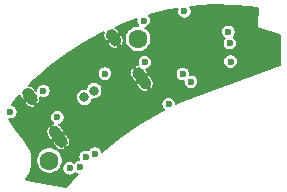
<source format=gbr>
%TF.GenerationSoftware,KiCad,Pcbnew,(5.1.6)-1*%
%TF.CreationDate,2020-12-05T12:07:26+01:00*%
%TF.ProjectId,bose-usb-c,626f7365-2d75-4736-922d-632e6b696361,Rev 1*%
%TF.SameCoordinates,Original*%
%TF.FileFunction,Copper,L3,Inr*%
%TF.FilePolarity,Positive*%
%FSLAX46Y46*%
G04 Gerber Fmt 4.6, Leading zero omitted, Abs format (unit mm)*
G04 Created by KiCad (PCBNEW (5.1.6)-1) date 2020-12-05 12:07:26*
%MOMM*%
%LPD*%
G01*
G04 APERTURE LIST*
%TA.AperFunction,ViaPad*%
%ADD10C,1.600000*%
%TD*%
%TA.AperFunction,ViaPad*%
%ADD11C,0.600000*%
%TD*%
%TA.AperFunction,ViaPad*%
%ADD12C,0.800000*%
%TD*%
%TA.AperFunction,Conductor*%
%ADD13C,0.127000*%
%TD*%
G04 APERTURE END LIST*
D10*
%TO.N,*%
%TO.C,H1*%
X68057773Y-72314486D03*
%TD*%
%TO.N,*%
%TO.C,H2*%
X75577773Y-62004487D03*
%TD*%
%TO.N,GND*%
%TO.C,J2*%
%TA.AperFunction,ViaPad*%
G36*
G01*
X75797693Y-66087901D02*
X75166759Y-65186833D01*
G75*
G02*
X75289547Y-64490469I409576J286788D01*
G01*
X75289547Y-64490469D01*
G75*
G02*
X75985911Y-64613257I286788J-409576D01*
G01*
X76616845Y-65514325D01*
G75*
G02*
X76494057Y-66210689I-409576J-286788D01*
G01*
X76494057Y-66210689D01*
G75*
G02*
X75797693Y-66087901I-286788J409576D01*
G01*
G37*
%TD.AperFunction*%
%TA.AperFunction,ViaPad*%
G36*
G01*
X68720219Y-71043601D02*
X68089285Y-70142533D01*
G75*
G02*
X68212073Y-69446169I409576J286788D01*
G01*
X68212073Y-69446169D01*
G75*
G02*
X68908437Y-69568957I286788J-409576D01*
G01*
X69539371Y-70470025D01*
G75*
G02*
X69416583Y-71166389I-409576J-286788D01*
G01*
X69416583Y-71166389D01*
G75*
G02*
X68720219Y-71043601I-286788J409576D01*
G01*
G37*
%TD.AperFunction*%
%TA.AperFunction,ViaPad*%
G36*
G01*
X66179276Y-67414758D02*
X65835130Y-66923266D01*
G75*
G02*
X65957918Y-66226902I409576J286788D01*
G01*
X65957918Y-66226902D01*
G75*
G02*
X66654282Y-66349690I286788J-409576D01*
G01*
X66998428Y-66841182D01*
G75*
G02*
X66875640Y-67537546I-409576J-286788D01*
G01*
X66875640Y-67537546D01*
G75*
G02*
X66179276Y-67414758I-286788J409576D01*
G01*
G37*
%TD.AperFunction*%
%TA.AperFunction,ViaPad*%
G36*
G01*
X73256750Y-62459057D02*
X72912604Y-61967565D01*
G75*
G02*
X73035392Y-61271201I409576J286788D01*
G01*
X73035392Y-61271201D01*
G75*
G02*
X73731756Y-61393989I286788J-409576D01*
G01*
X74075902Y-61885481D01*
G75*
G02*
X73953114Y-62581845I-409576J-286788D01*
G01*
X73953114Y-62581845D01*
G75*
G02*
X73256750Y-62459057I-286788J409576D01*
G01*
G37*
%TD.AperFunction*%
%TD*%
D11*
%TO.N,GND*%
X70110000Y-64490000D03*
X69610000Y-63780000D03*
X86927774Y-62094483D03*
X85317773Y-59764483D03*
X82287775Y-59364483D03*
X74007678Y-69768775D03*
X83100527Y-65508445D03*
X77990000Y-62250000D03*
X77850000Y-65110000D03*
X68870000Y-73890000D03*
X66780000Y-73550000D03*
X83010000Y-63160000D03*
%TO.N,VCC*%
X76141896Y-63980053D03*
%TO.N,/LED_GREEN*%
X69784104Y-72974405D03*
X79497771Y-59684486D03*
%TO.N,/LED_RED*%
X70619707Y-72877617D03*
X80042094Y-65642292D03*
%TO.N,/LED_WHITE*%
X71123497Y-72008657D03*
X83207773Y-61414484D03*
%TO.N,/LED_BLUE*%
X71927861Y-71729691D03*
X78159994Y-67536814D03*
D12*
%TO.N,/USB_D-*%
X71013813Y-66957589D03*
%TO.N,/USB_D+*%
X71841157Y-66378277D03*
D11*
%TO.N,Net-(Q1-Pad3)*%
X83397770Y-63924486D03*
X79367236Y-64989191D03*
%TO.N,/LED_PWR*%
X83340000Y-62370000D03*
%TO.N,/LED_PWR_ON*%
X76051594Y-60466579D03*
X72762700Y-64942303D03*
%TO.N,/VBUS*%
X68739042Y-68660270D03*
%TO.N,+5V*%
X64761611Y-68210244D03*
X67547567Y-66418199D03*
%TD*%
D13*
%TO.N,GND*%
G36*
X83835177Y-59186301D02*
G01*
X85714245Y-59357676D01*
X85667411Y-60838894D01*
X85666772Y-60841914D01*
X85666425Y-60870083D01*
X85666028Y-60882647D01*
X85666233Y-60885719D01*
X85666002Y-60904466D01*
X85668309Y-60916857D01*
X85669147Y-60929431D01*
X85674020Y-60947538D01*
X85677451Y-60965967D01*
X85682128Y-60977664D01*
X85685405Y-60989839D01*
X85693720Y-61006653D01*
X85700678Y-61024053D01*
X85707548Y-61034614D01*
X85713137Y-61045915D01*
X85724569Y-61060778D01*
X85734790Y-61076491D01*
X85743591Y-61085512D01*
X85751275Y-61095502D01*
X85765382Y-61107846D01*
X85778477Y-61121267D01*
X85788872Y-61128399D01*
X85798354Y-61136696D01*
X85814601Y-61146052D01*
X85830060Y-61156659D01*
X85841639Y-61161623D01*
X85852565Y-61167915D01*
X85870332Y-61173924D01*
X85873155Y-61175134D01*
X85885114Y-61178923D01*
X85911826Y-61187957D01*
X85914889Y-61188357D01*
X87577975Y-61715281D01*
X87578179Y-64220121D01*
X80876276Y-66673439D01*
X80871883Y-66675556D01*
X79323057Y-67297094D01*
X79322520Y-67297333D01*
X79321980Y-67297529D01*
X79303237Y-67305844D01*
X78777494Y-67559715D01*
X78777494Y-67475996D01*
X78753764Y-67356696D01*
X78707216Y-67244318D01*
X78639638Y-67143181D01*
X78553627Y-67057170D01*
X78452490Y-66989592D01*
X78340112Y-66943044D01*
X78220812Y-66919314D01*
X78099176Y-66919314D01*
X77979876Y-66943044D01*
X77867498Y-66989592D01*
X77766361Y-67057170D01*
X77680350Y-67143181D01*
X77612772Y-67244318D01*
X77566224Y-67356696D01*
X77542494Y-67475996D01*
X77542494Y-67597632D01*
X77566224Y-67716932D01*
X77612772Y-67829310D01*
X77680350Y-67930447D01*
X77766361Y-68016458D01*
X77793737Y-68034750D01*
X77455302Y-68198174D01*
X77453834Y-68198952D01*
X77452314Y-68199636D01*
X77434248Y-68209334D01*
X75658421Y-69237707D01*
X75657008Y-69238597D01*
X75655552Y-69239389D01*
X75638263Y-69250414D01*
X73944540Y-70409043D01*
X73943203Y-70410033D01*
X73941805Y-70410935D01*
X73925482Y-70423157D01*
X73925391Y-70423225D01*
X73925378Y-70423236D01*
X72520782Y-71547522D01*
X72475083Y-71437195D01*
X72407505Y-71336058D01*
X72321494Y-71250047D01*
X72220357Y-71182469D01*
X72107979Y-71135921D01*
X71988679Y-71112191D01*
X71867043Y-71112191D01*
X71747743Y-71135921D01*
X71635365Y-71182469D01*
X71534228Y-71250047D01*
X71448217Y-71336058D01*
X71380639Y-71437195D01*
X71377246Y-71445386D01*
X71303615Y-71414887D01*
X71184315Y-71391157D01*
X71062679Y-71391157D01*
X70943379Y-71414887D01*
X70831001Y-71461435D01*
X70729864Y-71529013D01*
X70643853Y-71615024D01*
X70576275Y-71716161D01*
X70529727Y-71828539D01*
X70505997Y-71947839D01*
X70505997Y-72069475D01*
X70529727Y-72188775D01*
X70559278Y-72260117D01*
X70558889Y-72260117D01*
X70439589Y-72283847D01*
X70327211Y-72330395D01*
X70226074Y-72397973D01*
X70148693Y-72475354D01*
X70076600Y-72427183D01*
X69964222Y-72380635D01*
X69844922Y-72356905D01*
X69723286Y-72356905D01*
X69603986Y-72380635D01*
X69491608Y-72427183D01*
X69390471Y-72494761D01*
X69304460Y-72580772D01*
X69236882Y-72681909D01*
X69190334Y-72794287D01*
X69166604Y-72913587D01*
X69166604Y-73035223D01*
X69190334Y-73154523D01*
X69236882Y-73266901D01*
X69304460Y-73368038D01*
X69390471Y-73454049D01*
X69491608Y-73521627D01*
X69603986Y-73568175D01*
X69723286Y-73591905D01*
X69844922Y-73591905D01*
X69964222Y-73568175D01*
X70076600Y-73521627D01*
X70177737Y-73454049D01*
X70255118Y-73376668D01*
X70327211Y-73424839D01*
X70439589Y-73471387D01*
X70472154Y-73477865D01*
X69511476Y-74518030D01*
X66206625Y-73957599D01*
X66172997Y-73948448D01*
X66155785Y-73939895D01*
X66140555Y-73928156D01*
X66127896Y-73913684D01*
X66118290Y-73897030D01*
X66112101Y-73878823D01*
X66109566Y-73859766D01*
X66110782Y-73840576D01*
X66115701Y-73821989D01*
X66127193Y-73798451D01*
X66139197Y-73781134D01*
X66139225Y-73781083D01*
X66139869Y-73780161D01*
X66275080Y-73583544D01*
X66285957Y-73563852D01*
X66297870Y-73544786D01*
X66299814Y-73540801D01*
X66473600Y-73178036D01*
X66483460Y-73150942D01*
X66493663Y-73124079D01*
X66494796Y-73119792D01*
X66594810Y-72730182D01*
X66599218Y-72701699D01*
X66604010Y-72673357D01*
X66604289Y-72668932D01*
X66626724Y-72267316D01*
X66625516Y-72238511D01*
X66624712Y-72209784D01*
X66624126Y-72205399D01*
X66624126Y-72205390D01*
X66624124Y-72205382D01*
X66623990Y-72204422D01*
X66940273Y-72204422D01*
X66940273Y-72424550D01*
X66983218Y-72640449D01*
X67067457Y-72843821D01*
X67189754Y-73026851D01*
X67345408Y-73182505D01*
X67528438Y-73304802D01*
X67731810Y-73389041D01*
X67947709Y-73431986D01*
X68167837Y-73431986D01*
X68383736Y-73389041D01*
X68587108Y-73304802D01*
X68770138Y-73182505D01*
X68925792Y-73026851D01*
X69048089Y-72843821D01*
X69132328Y-72640449D01*
X69175273Y-72424550D01*
X69175273Y-72204422D01*
X69132328Y-71988523D01*
X69048089Y-71785151D01*
X68925792Y-71602121D01*
X68770138Y-71446467D01*
X68587108Y-71324170D01*
X68383736Y-71239931D01*
X68167837Y-71196986D01*
X67947709Y-71196986D01*
X67731810Y-71239931D01*
X67528438Y-71324170D01*
X67345408Y-71446467D01*
X67189754Y-71602121D01*
X67067457Y-71785151D01*
X66983218Y-71988523D01*
X66940273Y-72204422D01*
X66623990Y-72204422D01*
X66568124Y-71807064D01*
X66561355Y-71779090D01*
X66554976Y-71751020D01*
X66553547Y-71746822D01*
X66421244Y-71366960D01*
X66409168Y-71340829D01*
X66397461Y-71314537D01*
X66395244Y-71310697D01*
X66192229Y-70964704D01*
X66183856Y-70950420D01*
X66041389Y-70754350D01*
X68285126Y-70754350D01*
X68600593Y-71204883D01*
X68698176Y-71299516D01*
X68812346Y-71373293D01*
X68938714Y-71423379D01*
X69072427Y-71447849D01*
X69208343Y-71445764D01*
X69341241Y-71417202D01*
X69374134Y-71402636D01*
X69444714Y-71317272D01*
X68798734Y-70394717D01*
X68285126Y-70754350D01*
X66041389Y-70754350D01*
X65353263Y-69807323D01*
X67807140Y-69807323D01*
X67810985Y-69943201D01*
X67841264Y-70075719D01*
X67896814Y-70199784D01*
X68212281Y-70650317D01*
X68681348Y-70321873D01*
X68902766Y-70321873D01*
X69548746Y-71244427D01*
X69653102Y-71207301D01*
X69678039Y-71181374D01*
X69750332Y-71066259D01*
X69798778Y-70939252D01*
X69821516Y-70805235D01*
X69817671Y-70669357D01*
X69787392Y-70536839D01*
X69731842Y-70412774D01*
X69416375Y-69962241D01*
X68902766Y-70321873D01*
X68681348Y-70321873D01*
X68725890Y-70290685D01*
X68079910Y-69368131D01*
X67975554Y-69405257D01*
X67950617Y-69431184D01*
X67878324Y-69546299D01*
X67829878Y-69673306D01*
X67807140Y-69807323D01*
X65353263Y-69807323D01*
X64631463Y-68813954D01*
X64700793Y-68827744D01*
X64822429Y-68827744D01*
X64941729Y-68804014D01*
X65054107Y-68757466D01*
X65155244Y-68689888D01*
X65241255Y-68603877D01*
X65244211Y-68599452D01*
X68121542Y-68599452D01*
X68121542Y-68721088D01*
X68145272Y-68840388D01*
X68191820Y-68952766D01*
X68259398Y-69053903D01*
X68345409Y-69139914D01*
X68394076Y-69172433D01*
X68287415Y-69195356D01*
X68254522Y-69209922D01*
X68183942Y-69295286D01*
X68829922Y-70217841D01*
X69343530Y-69858208D01*
X69028063Y-69407675D01*
X68930480Y-69313042D01*
X68858000Y-69266205D01*
X68919160Y-69254040D01*
X69031538Y-69207492D01*
X69132675Y-69139914D01*
X69218686Y-69053903D01*
X69286264Y-68952766D01*
X69332812Y-68840388D01*
X69356542Y-68721088D01*
X69356542Y-68599452D01*
X69332812Y-68480152D01*
X69286264Y-68367774D01*
X69218686Y-68266637D01*
X69132675Y-68180626D01*
X69031538Y-68113048D01*
X68919160Y-68066500D01*
X68799860Y-68042770D01*
X68678224Y-68042770D01*
X68558924Y-68066500D01*
X68446546Y-68113048D01*
X68345409Y-68180626D01*
X68259398Y-68266637D01*
X68191820Y-68367774D01*
X68145272Y-68480152D01*
X68121542Y-68599452D01*
X65244211Y-68599452D01*
X65308833Y-68502740D01*
X65355381Y-68390362D01*
X65379111Y-68271062D01*
X65379111Y-68149426D01*
X65355381Y-68030126D01*
X65308833Y-67917748D01*
X65241255Y-67816611D01*
X65155244Y-67730600D01*
X65054107Y-67663022D01*
X64941729Y-67616474D01*
X64871225Y-67602450D01*
X65090129Y-67330295D01*
X65887577Y-67330295D01*
X66059650Y-67576040D01*
X66157232Y-67670673D01*
X66271403Y-67744450D01*
X66397771Y-67794536D01*
X66531483Y-67819006D01*
X66667400Y-67816921D01*
X66800298Y-67788359D01*
X66833191Y-67773793D01*
X66903770Y-67688429D01*
X66401185Y-66970662D01*
X65887577Y-67330295D01*
X65090129Y-67330295D01*
X65323915Y-67039640D01*
X65569788Y-66780645D01*
X65587109Y-66856452D01*
X65642659Y-66980517D01*
X65814732Y-67226262D01*
X66328341Y-66866630D01*
X66316869Y-66850247D01*
X66420902Y-66777403D01*
X66432373Y-66793786D01*
X66448756Y-66782314D01*
X66521600Y-66886347D01*
X66505217Y-66897818D01*
X67007803Y-67615584D01*
X67112159Y-67578458D01*
X67137096Y-67552531D01*
X67209389Y-67437416D01*
X67257835Y-67310409D01*
X67280573Y-67176392D01*
X67276728Y-67040514D01*
X67260040Y-66967479D01*
X67367449Y-67011969D01*
X67486749Y-67035699D01*
X67608385Y-67035699D01*
X67727685Y-67011969D01*
X67840063Y-66965421D01*
X67941200Y-66897843D01*
X67952122Y-66886921D01*
X70296313Y-66886921D01*
X70296313Y-67028257D01*
X70323886Y-67166876D01*
X70377972Y-67297453D01*
X70456494Y-67414969D01*
X70556433Y-67514908D01*
X70673949Y-67593430D01*
X70804526Y-67647516D01*
X70943145Y-67675089D01*
X71084481Y-67675089D01*
X71223100Y-67647516D01*
X71353677Y-67593430D01*
X71471193Y-67514908D01*
X71571132Y-67414969D01*
X71649654Y-67297453D01*
X71703740Y-67166876D01*
X71719885Y-67085711D01*
X71770489Y-67095777D01*
X71911825Y-67095777D01*
X72050444Y-67068204D01*
X72181021Y-67014118D01*
X72298537Y-66935596D01*
X72398476Y-66835657D01*
X72476998Y-66718141D01*
X72531084Y-66587564D01*
X72558657Y-66448945D01*
X72558657Y-66307609D01*
X72531084Y-66168990D01*
X72476998Y-66038413D01*
X72398476Y-65920897D01*
X72298537Y-65820958D01*
X72265151Y-65798650D01*
X75362600Y-65798650D01*
X75678067Y-66249183D01*
X75775650Y-66343816D01*
X75889820Y-66417593D01*
X76016188Y-66467679D01*
X76149901Y-66492149D01*
X76285817Y-66490064D01*
X76418715Y-66461502D01*
X76451608Y-66446936D01*
X76522188Y-66361572D01*
X75876208Y-65439017D01*
X75362600Y-65798650D01*
X72265151Y-65798650D01*
X72181021Y-65742436D01*
X72050444Y-65688350D01*
X71911825Y-65660777D01*
X71770489Y-65660777D01*
X71631870Y-65688350D01*
X71501293Y-65742436D01*
X71383777Y-65820958D01*
X71283838Y-65920897D01*
X71205316Y-66038413D01*
X71151230Y-66168990D01*
X71135085Y-66250155D01*
X71084481Y-66240089D01*
X70943145Y-66240089D01*
X70804526Y-66267662D01*
X70673949Y-66321748D01*
X70556433Y-66400270D01*
X70456494Y-66500209D01*
X70377972Y-66617725D01*
X70323886Y-66748302D01*
X70296313Y-66886921D01*
X67952122Y-66886921D01*
X68027211Y-66811832D01*
X68094789Y-66710695D01*
X68141337Y-66598317D01*
X68165067Y-66479017D01*
X68165067Y-66357381D01*
X68141337Y-66238081D01*
X68094789Y-66125703D01*
X68027211Y-66024566D01*
X67941200Y-65938555D01*
X67840063Y-65870977D01*
X67727685Y-65824429D01*
X67608385Y-65800699D01*
X67486749Y-65800699D01*
X67367449Y-65824429D01*
X67255071Y-65870977D01*
X67153934Y-65938555D01*
X67067923Y-66024566D01*
X67000345Y-66125703D01*
X66953797Y-66238081D01*
X66930067Y-66357381D01*
X66930067Y-66411426D01*
X66773908Y-66188408D01*
X66676326Y-66093775D01*
X66562155Y-66019998D01*
X66435787Y-65969912D01*
X66353703Y-65954890D01*
X66625866Y-65668201D01*
X67506103Y-64881485D01*
X72145200Y-64881485D01*
X72145200Y-65003121D01*
X72168930Y-65122421D01*
X72215478Y-65234799D01*
X72283056Y-65335936D01*
X72369067Y-65421947D01*
X72470204Y-65489525D01*
X72582582Y-65536073D01*
X72701882Y-65559803D01*
X72823518Y-65559803D01*
X72942818Y-65536073D01*
X73055196Y-65489525D01*
X73156333Y-65421947D01*
X73242344Y-65335936D01*
X73309922Y-65234799D01*
X73356470Y-65122421D01*
X73380200Y-65003121D01*
X73380200Y-64881485D01*
X73374261Y-64851623D01*
X74884614Y-64851623D01*
X74888459Y-64987501D01*
X74918738Y-65120019D01*
X74974288Y-65244084D01*
X75289755Y-65694617D01*
X75758822Y-65366173D01*
X75980240Y-65366173D01*
X76626220Y-66288727D01*
X76730576Y-66251601D01*
X76755513Y-66225674D01*
X76827806Y-66110559D01*
X76876252Y-65983552D01*
X76898990Y-65849535D01*
X76895145Y-65713657D01*
X76864866Y-65581139D01*
X76809316Y-65457074D01*
X76493849Y-65006541D01*
X75980240Y-65366173D01*
X75758822Y-65366173D01*
X75803364Y-65334985D01*
X75157384Y-64412431D01*
X75053028Y-64449557D01*
X75028091Y-64475484D01*
X74955798Y-64590599D01*
X74907352Y-64717606D01*
X74884614Y-64851623D01*
X73374261Y-64851623D01*
X73356470Y-64762185D01*
X73309922Y-64649807D01*
X73242344Y-64548670D01*
X73156333Y-64462659D01*
X73055196Y-64395081D01*
X72942818Y-64348533D01*
X72897838Y-64339586D01*
X75261416Y-64339586D01*
X75907396Y-65262141D01*
X76384065Y-64928373D01*
X78749736Y-64928373D01*
X78749736Y-65050009D01*
X78773466Y-65169309D01*
X78820014Y-65281687D01*
X78887592Y-65382824D01*
X78973603Y-65468835D01*
X79074740Y-65536413D01*
X79187118Y-65582961D01*
X79306418Y-65606691D01*
X79424594Y-65606691D01*
X79424594Y-65703110D01*
X79448324Y-65822410D01*
X79494872Y-65934788D01*
X79562450Y-66035925D01*
X79648461Y-66121936D01*
X79749598Y-66189514D01*
X79861976Y-66236062D01*
X79981276Y-66259792D01*
X80102912Y-66259792D01*
X80222212Y-66236062D01*
X80334590Y-66189514D01*
X80435727Y-66121936D01*
X80521738Y-66035925D01*
X80589316Y-65934788D01*
X80635864Y-65822410D01*
X80659594Y-65703110D01*
X80659594Y-65581474D01*
X80635864Y-65462174D01*
X80589316Y-65349796D01*
X80521738Y-65248659D01*
X80435727Y-65162648D01*
X80334590Y-65095070D01*
X80222212Y-65048522D01*
X80102912Y-65024792D01*
X79984736Y-65024792D01*
X79984736Y-64928373D01*
X79961006Y-64809073D01*
X79914458Y-64696695D01*
X79846880Y-64595558D01*
X79760869Y-64509547D01*
X79659732Y-64441969D01*
X79547354Y-64395421D01*
X79428054Y-64371691D01*
X79306418Y-64371691D01*
X79187118Y-64395421D01*
X79074740Y-64441969D01*
X78973603Y-64509547D01*
X78887592Y-64595558D01*
X78820014Y-64696695D01*
X78773466Y-64809073D01*
X78749736Y-64928373D01*
X76384065Y-64928373D01*
X76421004Y-64902508D01*
X76206890Y-64596722D01*
X76322014Y-64573823D01*
X76434392Y-64527275D01*
X76535529Y-64459697D01*
X76621540Y-64373686D01*
X76689118Y-64272549D01*
X76735666Y-64160171D01*
X76759396Y-64040871D01*
X76759396Y-63919235D01*
X76748344Y-63863668D01*
X82780270Y-63863668D01*
X82780270Y-63985304D01*
X82804000Y-64104604D01*
X82850548Y-64216982D01*
X82918126Y-64318119D01*
X83004137Y-64404130D01*
X83105274Y-64471708D01*
X83217652Y-64518256D01*
X83336952Y-64541986D01*
X83458588Y-64541986D01*
X83577888Y-64518256D01*
X83690266Y-64471708D01*
X83791403Y-64404130D01*
X83877414Y-64318119D01*
X83944992Y-64216982D01*
X83991540Y-64104604D01*
X84015270Y-63985304D01*
X84015270Y-63863668D01*
X83991540Y-63744368D01*
X83944992Y-63631990D01*
X83877414Y-63530853D01*
X83791403Y-63444842D01*
X83690266Y-63377264D01*
X83577888Y-63330716D01*
X83458588Y-63306986D01*
X83336952Y-63306986D01*
X83217652Y-63330716D01*
X83105274Y-63377264D01*
X83004137Y-63444842D01*
X82918126Y-63530853D01*
X82850548Y-63631990D01*
X82804000Y-63744368D01*
X82780270Y-63863668D01*
X76748344Y-63863668D01*
X76735666Y-63799935D01*
X76689118Y-63687557D01*
X76621540Y-63586420D01*
X76535529Y-63500409D01*
X76434392Y-63432831D01*
X76322014Y-63386283D01*
X76202714Y-63362553D01*
X76081078Y-63362553D01*
X75961778Y-63386283D01*
X75849400Y-63432831D01*
X75748263Y-63500409D01*
X75662252Y-63586420D01*
X75594674Y-63687557D01*
X75548126Y-63799935D01*
X75524396Y-63919235D01*
X75524396Y-64040871D01*
X75548126Y-64160171D01*
X75568768Y-64210005D01*
X75497787Y-64211094D01*
X75364889Y-64239656D01*
X75331996Y-64254222D01*
X75261416Y-64339586D01*
X72897838Y-64339586D01*
X72823518Y-64324803D01*
X72701882Y-64324803D01*
X72582582Y-64348533D01*
X72470204Y-64395081D01*
X72369067Y-64462659D01*
X72283056Y-64548670D01*
X72215478Y-64649807D01*
X72168930Y-64762185D01*
X72145200Y-64881485D01*
X67506103Y-64881485D01*
X68035824Y-64408045D01*
X69544280Y-63267667D01*
X70952141Y-62374594D01*
X72965051Y-62374594D01*
X73137124Y-62620339D01*
X73234706Y-62714972D01*
X73348877Y-62788749D01*
X73475245Y-62838835D01*
X73608957Y-62863305D01*
X73744874Y-62861220D01*
X73877772Y-62832658D01*
X73910665Y-62818092D01*
X73981244Y-62732728D01*
X73478659Y-62014961D01*
X72965051Y-62374594D01*
X70952141Y-62374594D01*
X71141117Y-62254718D01*
X72670894Y-61451944D01*
X72653197Y-61498338D01*
X72630459Y-61632355D01*
X72634304Y-61768233D01*
X72664583Y-61900751D01*
X72720133Y-62024816D01*
X72892206Y-62270561D01*
X73361273Y-61942117D01*
X73582691Y-61942117D01*
X74085277Y-62659883D01*
X74189633Y-62622757D01*
X74214570Y-62596830D01*
X74286863Y-62481715D01*
X74335309Y-62354708D01*
X74358047Y-62220691D01*
X74354202Y-62084813D01*
X74323923Y-61952295D01*
X74268373Y-61828230D01*
X74096300Y-61582485D01*
X73582691Y-61942117D01*
X73361273Y-61942117D01*
X73405815Y-61910929D01*
X73394343Y-61894546D01*
X73498376Y-61821702D01*
X73509847Y-61838085D01*
X74023455Y-61478452D01*
X73851382Y-61232707D01*
X73753800Y-61138074D01*
X73639629Y-61064297D01*
X73593469Y-61046002D01*
X74556406Y-60637479D01*
X75446520Y-60343293D01*
X75434094Y-60405761D01*
X75434094Y-60527397D01*
X75457824Y-60646697D01*
X75504372Y-60759075D01*
X75571950Y-60860212D01*
X75598725Y-60886987D01*
X75467709Y-60886987D01*
X75251810Y-60929932D01*
X75048438Y-61014171D01*
X74865408Y-61136468D01*
X74709754Y-61292122D01*
X74587457Y-61475152D01*
X74503218Y-61678524D01*
X74460273Y-61894423D01*
X74460273Y-62114551D01*
X74503218Y-62330450D01*
X74587457Y-62533822D01*
X74709754Y-62716852D01*
X74865408Y-62872506D01*
X75048438Y-62994803D01*
X75251810Y-63079042D01*
X75467709Y-63121987D01*
X75687837Y-63121987D01*
X75903736Y-63079042D01*
X76107108Y-62994803D01*
X76290138Y-62872506D01*
X76445792Y-62716852D01*
X76568089Y-62533822D01*
X76652328Y-62330450D01*
X76695273Y-62114551D01*
X76695273Y-61894423D01*
X76652328Y-61678524D01*
X76568089Y-61475152D01*
X76486915Y-61353666D01*
X82590273Y-61353666D01*
X82590273Y-61475302D01*
X82614003Y-61594602D01*
X82660551Y-61706980D01*
X82728129Y-61808117D01*
X82814140Y-61894128D01*
X82891143Y-61945580D01*
X82860356Y-61976367D01*
X82792778Y-62077504D01*
X82746230Y-62189882D01*
X82722500Y-62309182D01*
X82722500Y-62430818D01*
X82746230Y-62550118D01*
X82792778Y-62662496D01*
X82860356Y-62763633D01*
X82946367Y-62849644D01*
X83047504Y-62917222D01*
X83159882Y-62963770D01*
X83279182Y-62987500D01*
X83400818Y-62987500D01*
X83520118Y-62963770D01*
X83632496Y-62917222D01*
X83733633Y-62849644D01*
X83819644Y-62763633D01*
X83887222Y-62662496D01*
X83933770Y-62550118D01*
X83957500Y-62430818D01*
X83957500Y-62309182D01*
X83933770Y-62189882D01*
X83887222Y-62077504D01*
X83819644Y-61976367D01*
X83733633Y-61890356D01*
X83656630Y-61838904D01*
X83687417Y-61808117D01*
X83754995Y-61706980D01*
X83801543Y-61594602D01*
X83825273Y-61475302D01*
X83825273Y-61353666D01*
X83801543Y-61234366D01*
X83754995Y-61121988D01*
X83687417Y-61020851D01*
X83601406Y-60934840D01*
X83500269Y-60867262D01*
X83387891Y-60820714D01*
X83268591Y-60796984D01*
X83146955Y-60796984D01*
X83027655Y-60820714D01*
X82915277Y-60867262D01*
X82814140Y-60934840D01*
X82728129Y-61020851D01*
X82660551Y-61121988D01*
X82614003Y-61234366D01*
X82590273Y-61353666D01*
X76486915Y-61353666D01*
X76445792Y-61292122D01*
X76290138Y-61136468D01*
X76188948Y-61068855D01*
X76231712Y-61060349D01*
X76344090Y-61013801D01*
X76445227Y-60946223D01*
X76531238Y-60860212D01*
X76598816Y-60759075D01*
X76645364Y-60646697D01*
X76669094Y-60527397D01*
X76669094Y-60405761D01*
X76645364Y-60286461D01*
X76598816Y-60174083D01*
X76531238Y-60072946D01*
X76473066Y-60014774D01*
X78189975Y-59599761D01*
X78911211Y-59486961D01*
X78904001Y-59504368D01*
X78880271Y-59623668D01*
X78880271Y-59745304D01*
X78904001Y-59864604D01*
X78950549Y-59976982D01*
X79018127Y-60078119D01*
X79104138Y-60164130D01*
X79205275Y-60231708D01*
X79317653Y-60278256D01*
X79436953Y-60301986D01*
X79558589Y-60301986D01*
X79677889Y-60278256D01*
X79790267Y-60231708D01*
X79891404Y-60164130D01*
X79977415Y-60078119D01*
X80044993Y-59976982D01*
X80091541Y-59864604D01*
X80115271Y-59745304D01*
X80115271Y-59623668D01*
X80091541Y-59504368D01*
X80044993Y-59391990D01*
X79995175Y-59317432D01*
X80058275Y-59307563D01*
X81944247Y-59169433D01*
X83835177Y-59186301D01*
G37*
X83835177Y-59186301D02*
X85714245Y-59357676D01*
X85667411Y-60838894D01*
X85666772Y-60841914D01*
X85666425Y-60870083D01*
X85666028Y-60882647D01*
X85666233Y-60885719D01*
X85666002Y-60904466D01*
X85668309Y-60916857D01*
X85669147Y-60929431D01*
X85674020Y-60947538D01*
X85677451Y-60965967D01*
X85682128Y-60977664D01*
X85685405Y-60989839D01*
X85693720Y-61006653D01*
X85700678Y-61024053D01*
X85707548Y-61034614D01*
X85713137Y-61045915D01*
X85724569Y-61060778D01*
X85734790Y-61076491D01*
X85743591Y-61085512D01*
X85751275Y-61095502D01*
X85765382Y-61107846D01*
X85778477Y-61121267D01*
X85788872Y-61128399D01*
X85798354Y-61136696D01*
X85814601Y-61146052D01*
X85830060Y-61156659D01*
X85841639Y-61161623D01*
X85852565Y-61167915D01*
X85870332Y-61173924D01*
X85873155Y-61175134D01*
X85885114Y-61178923D01*
X85911826Y-61187957D01*
X85914889Y-61188357D01*
X87577975Y-61715281D01*
X87578179Y-64220121D01*
X80876276Y-66673439D01*
X80871883Y-66675556D01*
X79323057Y-67297094D01*
X79322520Y-67297333D01*
X79321980Y-67297529D01*
X79303237Y-67305844D01*
X78777494Y-67559715D01*
X78777494Y-67475996D01*
X78753764Y-67356696D01*
X78707216Y-67244318D01*
X78639638Y-67143181D01*
X78553627Y-67057170D01*
X78452490Y-66989592D01*
X78340112Y-66943044D01*
X78220812Y-66919314D01*
X78099176Y-66919314D01*
X77979876Y-66943044D01*
X77867498Y-66989592D01*
X77766361Y-67057170D01*
X77680350Y-67143181D01*
X77612772Y-67244318D01*
X77566224Y-67356696D01*
X77542494Y-67475996D01*
X77542494Y-67597632D01*
X77566224Y-67716932D01*
X77612772Y-67829310D01*
X77680350Y-67930447D01*
X77766361Y-68016458D01*
X77793737Y-68034750D01*
X77455302Y-68198174D01*
X77453834Y-68198952D01*
X77452314Y-68199636D01*
X77434248Y-68209334D01*
X75658421Y-69237707D01*
X75657008Y-69238597D01*
X75655552Y-69239389D01*
X75638263Y-69250414D01*
X73944540Y-70409043D01*
X73943203Y-70410033D01*
X73941805Y-70410935D01*
X73925482Y-70423157D01*
X73925391Y-70423225D01*
X73925378Y-70423236D01*
X72520782Y-71547522D01*
X72475083Y-71437195D01*
X72407505Y-71336058D01*
X72321494Y-71250047D01*
X72220357Y-71182469D01*
X72107979Y-71135921D01*
X71988679Y-71112191D01*
X71867043Y-71112191D01*
X71747743Y-71135921D01*
X71635365Y-71182469D01*
X71534228Y-71250047D01*
X71448217Y-71336058D01*
X71380639Y-71437195D01*
X71377246Y-71445386D01*
X71303615Y-71414887D01*
X71184315Y-71391157D01*
X71062679Y-71391157D01*
X70943379Y-71414887D01*
X70831001Y-71461435D01*
X70729864Y-71529013D01*
X70643853Y-71615024D01*
X70576275Y-71716161D01*
X70529727Y-71828539D01*
X70505997Y-71947839D01*
X70505997Y-72069475D01*
X70529727Y-72188775D01*
X70559278Y-72260117D01*
X70558889Y-72260117D01*
X70439589Y-72283847D01*
X70327211Y-72330395D01*
X70226074Y-72397973D01*
X70148693Y-72475354D01*
X70076600Y-72427183D01*
X69964222Y-72380635D01*
X69844922Y-72356905D01*
X69723286Y-72356905D01*
X69603986Y-72380635D01*
X69491608Y-72427183D01*
X69390471Y-72494761D01*
X69304460Y-72580772D01*
X69236882Y-72681909D01*
X69190334Y-72794287D01*
X69166604Y-72913587D01*
X69166604Y-73035223D01*
X69190334Y-73154523D01*
X69236882Y-73266901D01*
X69304460Y-73368038D01*
X69390471Y-73454049D01*
X69491608Y-73521627D01*
X69603986Y-73568175D01*
X69723286Y-73591905D01*
X69844922Y-73591905D01*
X69964222Y-73568175D01*
X70076600Y-73521627D01*
X70177737Y-73454049D01*
X70255118Y-73376668D01*
X70327211Y-73424839D01*
X70439589Y-73471387D01*
X70472154Y-73477865D01*
X69511476Y-74518030D01*
X66206625Y-73957599D01*
X66172997Y-73948448D01*
X66155785Y-73939895D01*
X66140555Y-73928156D01*
X66127896Y-73913684D01*
X66118290Y-73897030D01*
X66112101Y-73878823D01*
X66109566Y-73859766D01*
X66110782Y-73840576D01*
X66115701Y-73821989D01*
X66127193Y-73798451D01*
X66139197Y-73781134D01*
X66139225Y-73781083D01*
X66139869Y-73780161D01*
X66275080Y-73583544D01*
X66285957Y-73563852D01*
X66297870Y-73544786D01*
X66299814Y-73540801D01*
X66473600Y-73178036D01*
X66483460Y-73150942D01*
X66493663Y-73124079D01*
X66494796Y-73119792D01*
X66594810Y-72730182D01*
X66599218Y-72701699D01*
X66604010Y-72673357D01*
X66604289Y-72668932D01*
X66626724Y-72267316D01*
X66625516Y-72238511D01*
X66624712Y-72209784D01*
X66624126Y-72205399D01*
X66624126Y-72205390D01*
X66624124Y-72205382D01*
X66623990Y-72204422D01*
X66940273Y-72204422D01*
X66940273Y-72424550D01*
X66983218Y-72640449D01*
X67067457Y-72843821D01*
X67189754Y-73026851D01*
X67345408Y-73182505D01*
X67528438Y-73304802D01*
X67731810Y-73389041D01*
X67947709Y-73431986D01*
X68167837Y-73431986D01*
X68383736Y-73389041D01*
X68587108Y-73304802D01*
X68770138Y-73182505D01*
X68925792Y-73026851D01*
X69048089Y-72843821D01*
X69132328Y-72640449D01*
X69175273Y-72424550D01*
X69175273Y-72204422D01*
X69132328Y-71988523D01*
X69048089Y-71785151D01*
X68925792Y-71602121D01*
X68770138Y-71446467D01*
X68587108Y-71324170D01*
X68383736Y-71239931D01*
X68167837Y-71196986D01*
X67947709Y-71196986D01*
X67731810Y-71239931D01*
X67528438Y-71324170D01*
X67345408Y-71446467D01*
X67189754Y-71602121D01*
X67067457Y-71785151D01*
X66983218Y-71988523D01*
X66940273Y-72204422D01*
X66623990Y-72204422D01*
X66568124Y-71807064D01*
X66561355Y-71779090D01*
X66554976Y-71751020D01*
X66553547Y-71746822D01*
X66421244Y-71366960D01*
X66409168Y-71340829D01*
X66397461Y-71314537D01*
X66395244Y-71310697D01*
X66192229Y-70964704D01*
X66183856Y-70950420D01*
X66041389Y-70754350D01*
X68285126Y-70754350D01*
X68600593Y-71204883D01*
X68698176Y-71299516D01*
X68812346Y-71373293D01*
X68938714Y-71423379D01*
X69072427Y-71447849D01*
X69208343Y-71445764D01*
X69341241Y-71417202D01*
X69374134Y-71402636D01*
X69444714Y-71317272D01*
X68798734Y-70394717D01*
X68285126Y-70754350D01*
X66041389Y-70754350D01*
X65353263Y-69807323D01*
X67807140Y-69807323D01*
X67810985Y-69943201D01*
X67841264Y-70075719D01*
X67896814Y-70199784D01*
X68212281Y-70650317D01*
X68681348Y-70321873D01*
X68902766Y-70321873D01*
X69548746Y-71244427D01*
X69653102Y-71207301D01*
X69678039Y-71181374D01*
X69750332Y-71066259D01*
X69798778Y-70939252D01*
X69821516Y-70805235D01*
X69817671Y-70669357D01*
X69787392Y-70536839D01*
X69731842Y-70412774D01*
X69416375Y-69962241D01*
X68902766Y-70321873D01*
X68681348Y-70321873D01*
X68725890Y-70290685D01*
X68079910Y-69368131D01*
X67975554Y-69405257D01*
X67950617Y-69431184D01*
X67878324Y-69546299D01*
X67829878Y-69673306D01*
X67807140Y-69807323D01*
X65353263Y-69807323D01*
X64631463Y-68813954D01*
X64700793Y-68827744D01*
X64822429Y-68827744D01*
X64941729Y-68804014D01*
X65054107Y-68757466D01*
X65155244Y-68689888D01*
X65241255Y-68603877D01*
X65244211Y-68599452D01*
X68121542Y-68599452D01*
X68121542Y-68721088D01*
X68145272Y-68840388D01*
X68191820Y-68952766D01*
X68259398Y-69053903D01*
X68345409Y-69139914D01*
X68394076Y-69172433D01*
X68287415Y-69195356D01*
X68254522Y-69209922D01*
X68183942Y-69295286D01*
X68829922Y-70217841D01*
X69343530Y-69858208D01*
X69028063Y-69407675D01*
X68930480Y-69313042D01*
X68858000Y-69266205D01*
X68919160Y-69254040D01*
X69031538Y-69207492D01*
X69132675Y-69139914D01*
X69218686Y-69053903D01*
X69286264Y-68952766D01*
X69332812Y-68840388D01*
X69356542Y-68721088D01*
X69356542Y-68599452D01*
X69332812Y-68480152D01*
X69286264Y-68367774D01*
X69218686Y-68266637D01*
X69132675Y-68180626D01*
X69031538Y-68113048D01*
X68919160Y-68066500D01*
X68799860Y-68042770D01*
X68678224Y-68042770D01*
X68558924Y-68066500D01*
X68446546Y-68113048D01*
X68345409Y-68180626D01*
X68259398Y-68266637D01*
X68191820Y-68367774D01*
X68145272Y-68480152D01*
X68121542Y-68599452D01*
X65244211Y-68599452D01*
X65308833Y-68502740D01*
X65355381Y-68390362D01*
X65379111Y-68271062D01*
X65379111Y-68149426D01*
X65355381Y-68030126D01*
X65308833Y-67917748D01*
X65241255Y-67816611D01*
X65155244Y-67730600D01*
X65054107Y-67663022D01*
X64941729Y-67616474D01*
X64871225Y-67602450D01*
X65090129Y-67330295D01*
X65887577Y-67330295D01*
X66059650Y-67576040D01*
X66157232Y-67670673D01*
X66271403Y-67744450D01*
X66397771Y-67794536D01*
X66531483Y-67819006D01*
X66667400Y-67816921D01*
X66800298Y-67788359D01*
X66833191Y-67773793D01*
X66903770Y-67688429D01*
X66401185Y-66970662D01*
X65887577Y-67330295D01*
X65090129Y-67330295D01*
X65323915Y-67039640D01*
X65569788Y-66780645D01*
X65587109Y-66856452D01*
X65642659Y-66980517D01*
X65814732Y-67226262D01*
X66328341Y-66866630D01*
X66316869Y-66850247D01*
X66420902Y-66777403D01*
X66432373Y-66793786D01*
X66448756Y-66782314D01*
X66521600Y-66886347D01*
X66505217Y-66897818D01*
X67007803Y-67615584D01*
X67112159Y-67578458D01*
X67137096Y-67552531D01*
X67209389Y-67437416D01*
X67257835Y-67310409D01*
X67280573Y-67176392D01*
X67276728Y-67040514D01*
X67260040Y-66967479D01*
X67367449Y-67011969D01*
X67486749Y-67035699D01*
X67608385Y-67035699D01*
X67727685Y-67011969D01*
X67840063Y-66965421D01*
X67941200Y-66897843D01*
X67952122Y-66886921D01*
X70296313Y-66886921D01*
X70296313Y-67028257D01*
X70323886Y-67166876D01*
X70377972Y-67297453D01*
X70456494Y-67414969D01*
X70556433Y-67514908D01*
X70673949Y-67593430D01*
X70804526Y-67647516D01*
X70943145Y-67675089D01*
X71084481Y-67675089D01*
X71223100Y-67647516D01*
X71353677Y-67593430D01*
X71471193Y-67514908D01*
X71571132Y-67414969D01*
X71649654Y-67297453D01*
X71703740Y-67166876D01*
X71719885Y-67085711D01*
X71770489Y-67095777D01*
X71911825Y-67095777D01*
X72050444Y-67068204D01*
X72181021Y-67014118D01*
X72298537Y-66935596D01*
X72398476Y-66835657D01*
X72476998Y-66718141D01*
X72531084Y-66587564D01*
X72558657Y-66448945D01*
X72558657Y-66307609D01*
X72531084Y-66168990D01*
X72476998Y-66038413D01*
X72398476Y-65920897D01*
X72298537Y-65820958D01*
X72265151Y-65798650D01*
X75362600Y-65798650D01*
X75678067Y-66249183D01*
X75775650Y-66343816D01*
X75889820Y-66417593D01*
X76016188Y-66467679D01*
X76149901Y-66492149D01*
X76285817Y-66490064D01*
X76418715Y-66461502D01*
X76451608Y-66446936D01*
X76522188Y-66361572D01*
X75876208Y-65439017D01*
X75362600Y-65798650D01*
X72265151Y-65798650D01*
X72181021Y-65742436D01*
X72050444Y-65688350D01*
X71911825Y-65660777D01*
X71770489Y-65660777D01*
X71631870Y-65688350D01*
X71501293Y-65742436D01*
X71383777Y-65820958D01*
X71283838Y-65920897D01*
X71205316Y-66038413D01*
X71151230Y-66168990D01*
X71135085Y-66250155D01*
X71084481Y-66240089D01*
X70943145Y-66240089D01*
X70804526Y-66267662D01*
X70673949Y-66321748D01*
X70556433Y-66400270D01*
X70456494Y-66500209D01*
X70377972Y-66617725D01*
X70323886Y-66748302D01*
X70296313Y-66886921D01*
X67952122Y-66886921D01*
X68027211Y-66811832D01*
X68094789Y-66710695D01*
X68141337Y-66598317D01*
X68165067Y-66479017D01*
X68165067Y-66357381D01*
X68141337Y-66238081D01*
X68094789Y-66125703D01*
X68027211Y-66024566D01*
X67941200Y-65938555D01*
X67840063Y-65870977D01*
X67727685Y-65824429D01*
X67608385Y-65800699D01*
X67486749Y-65800699D01*
X67367449Y-65824429D01*
X67255071Y-65870977D01*
X67153934Y-65938555D01*
X67067923Y-66024566D01*
X67000345Y-66125703D01*
X66953797Y-66238081D01*
X66930067Y-66357381D01*
X66930067Y-66411426D01*
X66773908Y-66188408D01*
X66676326Y-66093775D01*
X66562155Y-66019998D01*
X66435787Y-65969912D01*
X66353703Y-65954890D01*
X66625866Y-65668201D01*
X67506103Y-64881485D01*
X72145200Y-64881485D01*
X72145200Y-65003121D01*
X72168930Y-65122421D01*
X72215478Y-65234799D01*
X72283056Y-65335936D01*
X72369067Y-65421947D01*
X72470204Y-65489525D01*
X72582582Y-65536073D01*
X72701882Y-65559803D01*
X72823518Y-65559803D01*
X72942818Y-65536073D01*
X73055196Y-65489525D01*
X73156333Y-65421947D01*
X73242344Y-65335936D01*
X73309922Y-65234799D01*
X73356470Y-65122421D01*
X73380200Y-65003121D01*
X73380200Y-64881485D01*
X73374261Y-64851623D01*
X74884614Y-64851623D01*
X74888459Y-64987501D01*
X74918738Y-65120019D01*
X74974288Y-65244084D01*
X75289755Y-65694617D01*
X75758822Y-65366173D01*
X75980240Y-65366173D01*
X76626220Y-66288727D01*
X76730576Y-66251601D01*
X76755513Y-66225674D01*
X76827806Y-66110559D01*
X76876252Y-65983552D01*
X76898990Y-65849535D01*
X76895145Y-65713657D01*
X76864866Y-65581139D01*
X76809316Y-65457074D01*
X76493849Y-65006541D01*
X75980240Y-65366173D01*
X75758822Y-65366173D01*
X75803364Y-65334985D01*
X75157384Y-64412431D01*
X75053028Y-64449557D01*
X75028091Y-64475484D01*
X74955798Y-64590599D01*
X74907352Y-64717606D01*
X74884614Y-64851623D01*
X73374261Y-64851623D01*
X73356470Y-64762185D01*
X73309922Y-64649807D01*
X73242344Y-64548670D01*
X73156333Y-64462659D01*
X73055196Y-64395081D01*
X72942818Y-64348533D01*
X72897838Y-64339586D01*
X75261416Y-64339586D01*
X75907396Y-65262141D01*
X76384065Y-64928373D01*
X78749736Y-64928373D01*
X78749736Y-65050009D01*
X78773466Y-65169309D01*
X78820014Y-65281687D01*
X78887592Y-65382824D01*
X78973603Y-65468835D01*
X79074740Y-65536413D01*
X79187118Y-65582961D01*
X79306418Y-65606691D01*
X79424594Y-65606691D01*
X79424594Y-65703110D01*
X79448324Y-65822410D01*
X79494872Y-65934788D01*
X79562450Y-66035925D01*
X79648461Y-66121936D01*
X79749598Y-66189514D01*
X79861976Y-66236062D01*
X79981276Y-66259792D01*
X80102912Y-66259792D01*
X80222212Y-66236062D01*
X80334590Y-66189514D01*
X80435727Y-66121936D01*
X80521738Y-66035925D01*
X80589316Y-65934788D01*
X80635864Y-65822410D01*
X80659594Y-65703110D01*
X80659594Y-65581474D01*
X80635864Y-65462174D01*
X80589316Y-65349796D01*
X80521738Y-65248659D01*
X80435727Y-65162648D01*
X80334590Y-65095070D01*
X80222212Y-65048522D01*
X80102912Y-65024792D01*
X79984736Y-65024792D01*
X79984736Y-64928373D01*
X79961006Y-64809073D01*
X79914458Y-64696695D01*
X79846880Y-64595558D01*
X79760869Y-64509547D01*
X79659732Y-64441969D01*
X79547354Y-64395421D01*
X79428054Y-64371691D01*
X79306418Y-64371691D01*
X79187118Y-64395421D01*
X79074740Y-64441969D01*
X78973603Y-64509547D01*
X78887592Y-64595558D01*
X78820014Y-64696695D01*
X78773466Y-64809073D01*
X78749736Y-64928373D01*
X76384065Y-64928373D01*
X76421004Y-64902508D01*
X76206890Y-64596722D01*
X76322014Y-64573823D01*
X76434392Y-64527275D01*
X76535529Y-64459697D01*
X76621540Y-64373686D01*
X76689118Y-64272549D01*
X76735666Y-64160171D01*
X76759396Y-64040871D01*
X76759396Y-63919235D01*
X76748344Y-63863668D01*
X82780270Y-63863668D01*
X82780270Y-63985304D01*
X82804000Y-64104604D01*
X82850548Y-64216982D01*
X82918126Y-64318119D01*
X83004137Y-64404130D01*
X83105274Y-64471708D01*
X83217652Y-64518256D01*
X83336952Y-64541986D01*
X83458588Y-64541986D01*
X83577888Y-64518256D01*
X83690266Y-64471708D01*
X83791403Y-64404130D01*
X83877414Y-64318119D01*
X83944992Y-64216982D01*
X83991540Y-64104604D01*
X84015270Y-63985304D01*
X84015270Y-63863668D01*
X83991540Y-63744368D01*
X83944992Y-63631990D01*
X83877414Y-63530853D01*
X83791403Y-63444842D01*
X83690266Y-63377264D01*
X83577888Y-63330716D01*
X83458588Y-63306986D01*
X83336952Y-63306986D01*
X83217652Y-63330716D01*
X83105274Y-63377264D01*
X83004137Y-63444842D01*
X82918126Y-63530853D01*
X82850548Y-63631990D01*
X82804000Y-63744368D01*
X82780270Y-63863668D01*
X76748344Y-63863668D01*
X76735666Y-63799935D01*
X76689118Y-63687557D01*
X76621540Y-63586420D01*
X76535529Y-63500409D01*
X76434392Y-63432831D01*
X76322014Y-63386283D01*
X76202714Y-63362553D01*
X76081078Y-63362553D01*
X75961778Y-63386283D01*
X75849400Y-63432831D01*
X75748263Y-63500409D01*
X75662252Y-63586420D01*
X75594674Y-63687557D01*
X75548126Y-63799935D01*
X75524396Y-63919235D01*
X75524396Y-64040871D01*
X75548126Y-64160171D01*
X75568768Y-64210005D01*
X75497787Y-64211094D01*
X75364889Y-64239656D01*
X75331996Y-64254222D01*
X75261416Y-64339586D01*
X72897838Y-64339586D01*
X72823518Y-64324803D01*
X72701882Y-64324803D01*
X72582582Y-64348533D01*
X72470204Y-64395081D01*
X72369067Y-64462659D01*
X72283056Y-64548670D01*
X72215478Y-64649807D01*
X72168930Y-64762185D01*
X72145200Y-64881485D01*
X67506103Y-64881485D01*
X68035824Y-64408045D01*
X69544280Y-63267667D01*
X70952141Y-62374594D01*
X72965051Y-62374594D01*
X73137124Y-62620339D01*
X73234706Y-62714972D01*
X73348877Y-62788749D01*
X73475245Y-62838835D01*
X73608957Y-62863305D01*
X73744874Y-62861220D01*
X73877772Y-62832658D01*
X73910665Y-62818092D01*
X73981244Y-62732728D01*
X73478659Y-62014961D01*
X72965051Y-62374594D01*
X70952141Y-62374594D01*
X71141117Y-62254718D01*
X72670894Y-61451944D01*
X72653197Y-61498338D01*
X72630459Y-61632355D01*
X72634304Y-61768233D01*
X72664583Y-61900751D01*
X72720133Y-62024816D01*
X72892206Y-62270561D01*
X73361273Y-61942117D01*
X73582691Y-61942117D01*
X74085277Y-62659883D01*
X74189633Y-62622757D01*
X74214570Y-62596830D01*
X74286863Y-62481715D01*
X74335309Y-62354708D01*
X74358047Y-62220691D01*
X74354202Y-62084813D01*
X74323923Y-61952295D01*
X74268373Y-61828230D01*
X74096300Y-61582485D01*
X73582691Y-61942117D01*
X73361273Y-61942117D01*
X73405815Y-61910929D01*
X73394343Y-61894546D01*
X73498376Y-61821702D01*
X73509847Y-61838085D01*
X74023455Y-61478452D01*
X73851382Y-61232707D01*
X73753800Y-61138074D01*
X73639629Y-61064297D01*
X73593469Y-61046002D01*
X74556406Y-60637479D01*
X75446520Y-60343293D01*
X75434094Y-60405761D01*
X75434094Y-60527397D01*
X75457824Y-60646697D01*
X75504372Y-60759075D01*
X75571950Y-60860212D01*
X75598725Y-60886987D01*
X75467709Y-60886987D01*
X75251810Y-60929932D01*
X75048438Y-61014171D01*
X74865408Y-61136468D01*
X74709754Y-61292122D01*
X74587457Y-61475152D01*
X74503218Y-61678524D01*
X74460273Y-61894423D01*
X74460273Y-62114551D01*
X74503218Y-62330450D01*
X74587457Y-62533822D01*
X74709754Y-62716852D01*
X74865408Y-62872506D01*
X75048438Y-62994803D01*
X75251810Y-63079042D01*
X75467709Y-63121987D01*
X75687837Y-63121987D01*
X75903736Y-63079042D01*
X76107108Y-62994803D01*
X76290138Y-62872506D01*
X76445792Y-62716852D01*
X76568089Y-62533822D01*
X76652328Y-62330450D01*
X76695273Y-62114551D01*
X76695273Y-61894423D01*
X76652328Y-61678524D01*
X76568089Y-61475152D01*
X76486915Y-61353666D01*
X82590273Y-61353666D01*
X82590273Y-61475302D01*
X82614003Y-61594602D01*
X82660551Y-61706980D01*
X82728129Y-61808117D01*
X82814140Y-61894128D01*
X82891143Y-61945580D01*
X82860356Y-61976367D01*
X82792778Y-62077504D01*
X82746230Y-62189882D01*
X82722500Y-62309182D01*
X82722500Y-62430818D01*
X82746230Y-62550118D01*
X82792778Y-62662496D01*
X82860356Y-62763633D01*
X82946367Y-62849644D01*
X83047504Y-62917222D01*
X83159882Y-62963770D01*
X83279182Y-62987500D01*
X83400818Y-62987500D01*
X83520118Y-62963770D01*
X83632496Y-62917222D01*
X83733633Y-62849644D01*
X83819644Y-62763633D01*
X83887222Y-62662496D01*
X83933770Y-62550118D01*
X83957500Y-62430818D01*
X83957500Y-62309182D01*
X83933770Y-62189882D01*
X83887222Y-62077504D01*
X83819644Y-61976367D01*
X83733633Y-61890356D01*
X83656630Y-61838904D01*
X83687417Y-61808117D01*
X83754995Y-61706980D01*
X83801543Y-61594602D01*
X83825273Y-61475302D01*
X83825273Y-61353666D01*
X83801543Y-61234366D01*
X83754995Y-61121988D01*
X83687417Y-61020851D01*
X83601406Y-60934840D01*
X83500269Y-60867262D01*
X83387891Y-60820714D01*
X83268591Y-60796984D01*
X83146955Y-60796984D01*
X83027655Y-60820714D01*
X82915277Y-60867262D01*
X82814140Y-60934840D01*
X82728129Y-61020851D01*
X82660551Y-61121988D01*
X82614003Y-61234366D01*
X82590273Y-61353666D01*
X76486915Y-61353666D01*
X76445792Y-61292122D01*
X76290138Y-61136468D01*
X76188948Y-61068855D01*
X76231712Y-61060349D01*
X76344090Y-61013801D01*
X76445227Y-60946223D01*
X76531238Y-60860212D01*
X76598816Y-60759075D01*
X76645364Y-60646697D01*
X76669094Y-60527397D01*
X76669094Y-60405761D01*
X76645364Y-60286461D01*
X76598816Y-60174083D01*
X76531238Y-60072946D01*
X76473066Y-60014774D01*
X78189975Y-59599761D01*
X78911211Y-59486961D01*
X78904001Y-59504368D01*
X78880271Y-59623668D01*
X78880271Y-59745304D01*
X78904001Y-59864604D01*
X78950549Y-59976982D01*
X79018127Y-60078119D01*
X79104138Y-60164130D01*
X79205275Y-60231708D01*
X79317653Y-60278256D01*
X79436953Y-60301986D01*
X79558589Y-60301986D01*
X79677889Y-60278256D01*
X79790267Y-60231708D01*
X79891404Y-60164130D01*
X79977415Y-60078119D01*
X80044993Y-59976982D01*
X80091541Y-59864604D01*
X80115271Y-59745304D01*
X80115271Y-59623668D01*
X80091541Y-59504368D01*
X80044993Y-59391990D01*
X79995175Y-59317432D01*
X80058275Y-59307563D01*
X81944247Y-59169433D01*
X83835177Y-59186301D01*
%TD*%
M02*

</source>
